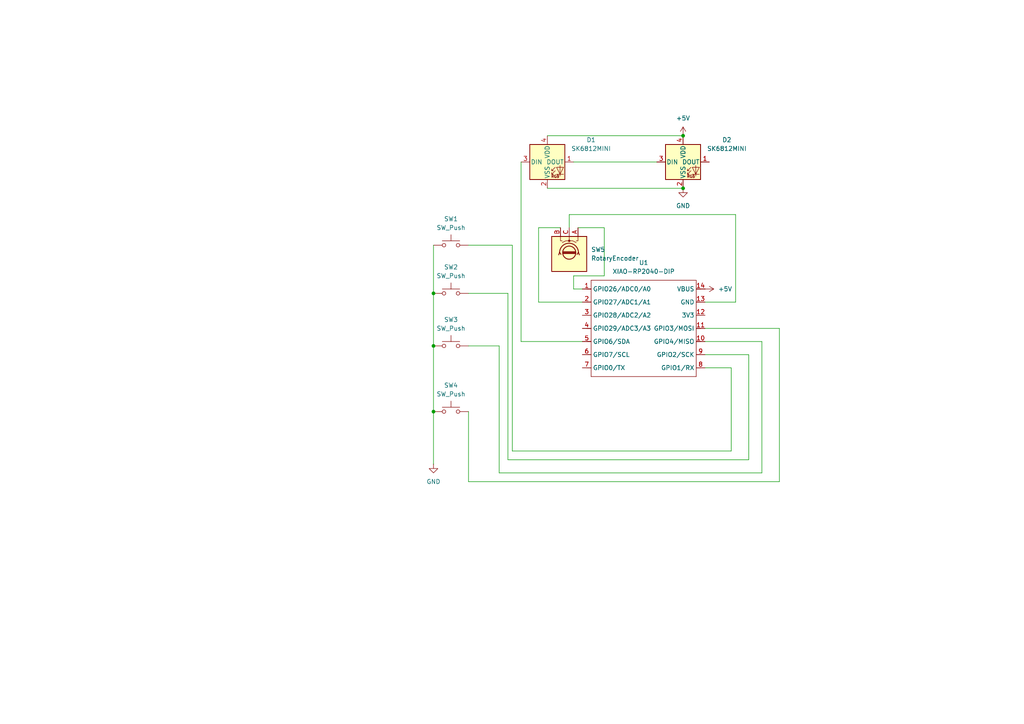
<source format=kicad_sch>
(kicad_sch
	(version 20250114)
	(generator "eeschema")
	(generator_version "9.0")
	(uuid "1c378b14-8946-49e1-be79-082db251ad9d")
	(paper "A4")
	(lib_symbols
		(symbol "Device:RotaryEncoder"
			(pin_names
				(offset 0.254)
				(hide yes)
			)
			(exclude_from_sim no)
			(in_bom yes)
			(on_board yes)
			(property "Reference" "SW"
				(at 0 6.604 0)
				(effects
					(font
						(size 1.27 1.27)
					)
				)
			)
			(property "Value" "RotaryEncoder"
				(at 0 -6.604 0)
				(effects
					(font
						(size 1.27 1.27)
					)
				)
			)
			(property "Footprint" ""
				(at -3.81 4.064 0)
				(effects
					(font
						(size 1.27 1.27)
					)
					(hide yes)
				)
			)
			(property "Datasheet" "~"
				(at 0 6.604 0)
				(effects
					(font
						(size 1.27 1.27)
					)
					(hide yes)
				)
			)
			(property "Description" "Rotary encoder, dual channel, incremental quadrate outputs"
				(at 0 0 0)
				(effects
					(font
						(size 1.27 1.27)
					)
					(hide yes)
				)
			)
			(property "ki_keywords" "rotary switch encoder"
				(at 0 0 0)
				(effects
					(font
						(size 1.27 1.27)
					)
					(hide yes)
				)
			)
			(property "ki_fp_filters" "RotaryEncoder*"
				(at 0 0 0)
				(effects
					(font
						(size 1.27 1.27)
					)
					(hide yes)
				)
			)
			(symbol "RotaryEncoder_0_1"
				(rectangle
					(start -5.08 5.08)
					(end 5.08 -5.08)
					(stroke
						(width 0.254)
						(type default)
					)
					(fill
						(type background)
					)
				)
				(polyline
					(pts
						(xy -5.08 2.54) (xy -3.81 2.54) (xy -3.81 2.032)
					)
					(stroke
						(width 0)
						(type default)
					)
					(fill
						(type none)
					)
				)
				(polyline
					(pts
						(xy -5.08 0) (xy -3.81 0) (xy -3.81 -1.016) (xy -3.302 -2.032)
					)
					(stroke
						(width 0)
						(type default)
					)
					(fill
						(type none)
					)
				)
				(polyline
					(pts
						(xy -5.08 -2.54) (xy -3.81 -2.54) (xy -3.81 -2.032)
					)
					(stroke
						(width 0)
						(type default)
					)
					(fill
						(type none)
					)
				)
				(polyline
					(pts
						(xy -4.318 0) (xy -3.81 0) (xy -3.81 1.016) (xy -3.302 2.032)
					)
					(stroke
						(width 0)
						(type default)
					)
					(fill
						(type none)
					)
				)
				(circle
					(center -3.81 0)
					(radius 0.254)
					(stroke
						(width 0)
						(type default)
					)
					(fill
						(type outline)
					)
				)
				(polyline
					(pts
						(xy -0.635 -1.778) (xy -0.635 1.778)
					)
					(stroke
						(width 0.254)
						(type default)
					)
					(fill
						(type none)
					)
				)
				(circle
					(center -0.381 0)
					(radius 1.905)
					(stroke
						(width 0.254)
						(type default)
					)
					(fill
						(type none)
					)
				)
				(polyline
					(pts
						(xy -0.381 -1.778) (xy -0.381 1.778)
					)
					(stroke
						(width 0.254)
						(type default)
					)
					(fill
						(type none)
					)
				)
				(arc
					(start -0.381 -2.794)
					(mid -3.0988 -0.0635)
					(end -0.381 2.667)
					(stroke
						(width 0.254)
						(type default)
					)
					(fill
						(type none)
					)
				)
				(polyline
					(pts
						(xy -0.127 1.778) (xy -0.127 -1.778)
					)
					(stroke
						(width 0.254)
						(type default)
					)
					(fill
						(type none)
					)
				)
				(polyline
					(pts
						(xy 0.254 2.921) (xy -0.508 2.667) (xy 0.127 2.286)
					)
					(stroke
						(width 0.254)
						(type default)
					)
					(fill
						(type none)
					)
				)
				(polyline
					(pts
						(xy 0.254 -3.048) (xy -0.508 -2.794) (xy 0.127 -2.413)
					)
					(stroke
						(width 0.254)
						(type default)
					)
					(fill
						(type none)
					)
				)
			)
			(symbol "RotaryEncoder_1_1"
				(pin passive line
					(at -7.62 2.54 0)
					(length 2.54)
					(name "A"
						(effects
							(font
								(size 1.27 1.27)
							)
						)
					)
					(number "A"
						(effects
							(font
								(size 1.27 1.27)
							)
						)
					)
				)
				(pin passive line
					(at -7.62 0 0)
					(length 2.54)
					(name "C"
						(effects
							(font
								(size 1.27 1.27)
							)
						)
					)
					(number "C"
						(effects
							(font
								(size 1.27 1.27)
							)
						)
					)
				)
				(pin passive line
					(at -7.62 -2.54 0)
					(length 2.54)
					(name "B"
						(effects
							(font
								(size 1.27 1.27)
							)
						)
					)
					(number "B"
						(effects
							(font
								(size 1.27 1.27)
							)
						)
					)
				)
			)
			(embedded_fonts no)
		)
		(symbol "LED:SK6812MINI"
			(pin_names
				(offset 0.254)
			)
			(exclude_from_sim no)
			(in_bom yes)
			(on_board yes)
			(property "Reference" "D"
				(at 5.08 5.715 0)
				(effects
					(font
						(size 1.27 1.27)
					)
					(justify right bottom)
				)
			)
			(property "Value" "SK6812MINI"
				(at 1.27 -5.715 0)
				(effects
					(font
						(size 1.27 1.27)
					)
					(justify left top)
				)
			)
			(property "Footprint" "LED_SMD:LED_SK6812MINI_PLCC4_3.5x3.5mm_P1.75mm"
				(at 1.27 -7.62 0)
				(effects
					(font
						(size 1.27 1.27)
					)
					(justify left top)
					(hide yes)
				)
			)
			(property "Datasheet" "https://cdn-shop.adafruit.com/product-files/2686/SK6812MINI_REV.01-1-2.pdf"
				(at 2.54 -9.525 0)
				(effects
					(font
						(size 1.27 1.27)
					)
					(justify left top)
					(hide yes)
				)
			)
			(property "Description" "RGB LED with integrated controller"
				(at 0 0 0)
				(effects
					(font
						(size 1.27 1.27)
					)
					(hide yes)
				)
			)
			(property "ki_keywords" "RGB LED NeoPixel Mini addressable"
				(at 0 0 0)
				(effects
					(font
						(size 1.27 1.27)
					)
					(hide yes)
				)
			)
			(property "ki_fp_filters" "LED*SK6812MINI*PLCC*3.5x3.5mm*P1.75mm*"
				(at 0 0 0)
				(effects
					(font
						(size 1.27 1.27)
					)
					(hide yes)
				)
			)
			(symbol "SK6812MINI_0_0"
				(text "RGB"
					(at 2.286 -4.191 0)
					(effects
						(font
							(size 0.762 0.762)
						)
					)
				)
			)
			(symbol "SK6812MINI_0_1"
				(polyline
					(pts
						(xy 1.27 -2.54) (xy 1.778 -2.54)
					)
					(stroke
						(width 0)
						(type default)
					)
					(fill
						(type none)
					)
				)
				(polyline
					(pts
						(xy 1.27 -3.556) (xy 1.778 -3.556)
					)
					(stroke
						(width 0)
						(type default)
					)
					(fill
						(type none)
					)
				)
				(polyline
					(pts
						(xy 2.286 -1.524) (xy 1.27 -2.54) (xy 1.27 -2.032)
					)
					(stroke
						(width 0)
						(type default)
					)
					(fill
						(type none)
					)
				)
				(polyline
					(pts
						(xy 2.286 -2.54) (xy 1.27 -3.556) (xy 1.27 -3.048)
					)
					(stroke
						(width 0)
						(type default)
					)
					(fill
						(type none)
					)
				)
				(polyline
					(pts
						(xy 3.683 -1.016) (xy 3.683 -3.556) (xy 3.683 -4.064)
					)
					(stroke
						(width 0)
						(type default)
					)
					(fill
						(type none)
					)
				)
				(polyline
					(pts
						(xy 4.699 -1.524) (xy 2.667 -1.524) (xy 3.683 -3.556) (xy 4.699 -1.524)
					)
					(stroke
						(width 0)
						(type default)
					)
					(fill
						(type none)
					)
				)
				(polyline
					(pts
						(xy 4.699 -3.556) (xy 2.667 -3.556)
					)
					(stroke
						(width 0)
						(type default)
					)
					(fill
						(type none)
					)
				)
				(rectangle
					(start 5.08 5.08)
					(end -5.08 -5.08)
					(stroke
						(width 0.254)
						(type default)
					)
					(fill
						(type background)
					)
				)
			)
			(symbol "SK6812MINI_1_1"
				(pin input line
					(at -7.62 0 0)
					(length 2.54)
					(name "DIN"
						(effects
							(font
								(size 1.27 1.27)
							)
						)
					)
					(number "3"
						(effects
							(font
								(size 1.27 1.27)
							)
						)
					)
				)
				(pin power_in line
					(at 0 7.62 270)
					(length 2.54)
					(name "VDD"
						(effects
							(font
								(size 1.27 1.27)
							)
						)
					)
					(number "4"
						(effects
							(font
								(size 1.27 1.27)
							)
						)
					)
				)
				(pin power_in line
					(at 0 -7.62 90)
					(length 2.54)
					(name "VSS"
						(effects
							(font
								(size 1.27 1.27)
							)
						)
					)
					(number "2"
						(effects
							(font
								(size 1.27 1.27)
							)
						)
					)
				)
				(pin output line
					(at 7.62 0 180)
					(length 2.54)
					(name "DOUT"
						(effects
							(font
								(size 1.27 1.27)
							)
						)
					)
					(number "1"
						(effects
							(font
								(size 1.27 1.27)
							)
						)
					)
				)
			)
			(embedded_fonts no)
		)
		(symbol "Seeed_Studio_XIAO_Series:XIAO-RP2040-DIP"
			(exclude_from_sim no)
			(in_bom yes)
			(on_board yes)
			(property "Reference" "U"
				(at 0 0 0)
				(effects
					(font
						(size 1.27 1.27)
					)
				)
			)
			(property "Value" "XIAO-RP2040-DIP"
				(at 5.334 -1.778 0)
				(effects
					(font
						(size 1.27 1.27)
					)
				)
			)
			(property "Footprint" "Module:MOUDLE14P-XIAO-DIP-SMD"
				(at 14.478 -32.258 0)
				(effects
					(font
						(size 1.27 1.27)
					)
					(hide yes)
				)
			)
			(property "Datasheet" ""
				(at 0 0 0)
				(effects
					(font
						(size 1.27 1.27)
					)
					(hide yes)
				)
			)
			(property "Description" ""
				(at 0 0 0)
				(effects
					(font
						(size 1.27 1.27)
					)
					(hide yes)
				)
			)
			(symbol "XIAO-RP2040-DIP_1_0"
				(polyline
					(pts
						(xy -1.27 -2.54) (xy 29.21 -2.54)
					)
					(stroke
						(width 0.1524)
						(type solid)
					)
					(fill
						(type none)
					)
				)
				(polyline
					(pts
						(xy -1.27 -5.08) (xy -2.54 -5.08)
					)
					(stroke
						(width 0.1524)
						(type solid)
					)
					(fill
						(type none)
					)
				)
				(polyline
					(pts
						(xy -1.27 -5.08) (xy -1.27 -2.54)
					)
					(stroke
						(width 0.1524)
						(type solid)
					)
					(fill
						(type none)
					)
				)
				(polyline
					(pts
						(xy -1.27 -8.89) (xy -2.54 -8.89)
					)
					(stroke
						(width 0.1524)
						(type solid)
					)
					(fill
						(type none)
					)
				)
				(polyline
					(pts
						(xy -1.27 -8.89) (xy -1.27 -5.08)
					)
					(stroke
						(width 0.1524)
						(type solid)
					)
					(fill
						(type none)
					)
				)
				(polyline
					(pts
						(xy -1.27 -12.7) (xy -2.54 -12.7)
					)
					(stroke
						(width 0.1524)
						(type solid)
					)
					(fill
						(type none)
					)
				)
				(polyline
					(pts
						(xy -1.27 -12.7) (xy -1.27 -8.89)
					)
					(stroke
						(width 0.1524)
						(type solid)
					)
					(fill
						(type none)
					)
				)
				(polyline
					(pts
						(xy -1.27 -16.51) (xy -2.54 -16.51)
					)
					(stroke
						(width 0.1524)
						(type solid)
					)
					(fill
						(type none)
					)
				)
				(polyline
					(pts
						(xy -1.27 -16.51) (xy -1.27 -12.7)
					)
					(stroke
						(width 0.1524)
						(type solid)
					)
					(fill
						(type none)
					)
				)
				(polyline
					(pts
						(xy -1.27 -20.32) (xy -2.54 -20.32)
					)
					(stroke
						(width 0.1524)
						(type solid)
					)
					(fill
						(type none)
					)
				)
				(polyline
					(pts
						(xy -1.27 -24.13) (xy -2.54 -24.13)
					)
					(stroke
						(width 0.1524)
						(type solid)
					)
					(fill
						(type none)
					)
				)
				(polyline
					(pts
						(xy -1.27 -27.94) (xy -2.54 -27.94)
					)
					(stroke
						(width 0.1524)
						(type solid)
					)
					(fill
						(type none)
					)
				)
				(polyline
					(pts
						(xy -1.27 -30.48) (xy -1.27 -16.51)
					)
					(stroke
						(width 0.1524)
						(type solid)
					)
					(fill
						(type none)
					)
				)
				(polyline
					(pts
						(xy 29.21 -2.54) (xy 29.21 -5.08)
					)
					(stroke
						(width 0.1524)
						(type solid)
					)
					(fill
						(type none)
					)
				)
				(polyline
					(pts
						(xy 29.21 -5.08) (xy 29.21 -8.89)
					)
					(stroke
						(width 0.1524)
						(type solid)
					)
					(fill
						(type none)
					)
				)
				(polyline
					(pts
						(xy 29.21 -8.89) (xy 29.21 -12.7)
					)
					(stroke
						(width 0.1524)
						(type solid)
					)
					(fill
						(type none)
					)
				)
				(polyline
					(pts
						(xy 29.21 -12.7) (xy 29.21 -30.48)
					)
					(stroke
						(width 0.1524)
						(type solid)
					)
					(fill
						(type none)
					)
				)
				(polyline
					(pts
						(xy 29.21 -30.48) (xy -1.27 -30.48)
					)
					(stroke
						(width 0.1524)
						(type solid)
					)
					(fill
						(type none)
					)
				)
				(polyline
					(pts
						(xy 30.48 -5.08) (xy 29.21 -5.08)
					)
					(stroke
						(width 0.1524)
						(type solid)
					)
					(fill
						(type none)
					)
				)
				(polyline
					(pts
						(xy 30.48 -8.89) (xy 29.21 -8.89)
					)
					(stroke
						(width 0.1524)
						(type solid)
					)
					(fill
						(type none)
					)
				)
				(polyline
					(pts
						(xy 30.48 -12.7) (xy 29.21 -12.7)
					)
					(stroke
						(width 0.1524)
						(type solid)
					)
					(fill
						(type none)
					)
				)
				(polyline
					(pts
						(xy 30.48 -16.51) (xy 29.21 -16.51)
					)
					(stroke
						(width 0.1524)
						(type solid)
					)
					(fill
						(type none)
					)
				)
				(polyline
					(pts
						(xy 30.48 -20.32) (xy 29.21 -20.32)
					)
					(stroke
						(width 0.1524)
						(type solid)
					)
					(fill
						(type none)
					)
				)
				(polyline
					(pts
						(xy 30.48 -24.13) (xy 29.21 -24.13)
					)
					(stroke
						(width 0.1524)
						(type solid)
					)
					(fill
						(type none)
					)
				)
				(polyline
					(pts
						(xy 30.48 -27.94) (xy 29.21 -27.94)
					)
					(stroke
						(width 0.1524)
						(type solid)
					)
					(fill
						(type none)
					)
				)
				(pin passive line
					(at -3.81 -5.08 0)
					(length 2.54)
					(name "GPIO26/ADC0/A0"
						(effects
							(font
								(size 1.27 1.27)
							)
						)
					)
					(number "1"
						(effects
							(font
								(size 1.27 1.27)
							)
						)
					)
				)
				(pin passive line
					(at -3.81 -8.89 0)
					(length 2.54)
					(name "GPIO27/ADC1/A1"
						(effects
							(font
								(size 1.27 1.27)
							)
						)
					)
					(number "2"
						(effects
							(font
								(size 1.27 1.27)
							)
						)
					)
				)
				(pin passive line
					(at -3.81 -12.7 0)
					(length 2.54)
					(name "GPIO28/ADC2/A2"
						(effects
							(font
								(size 1.27 1.27)
							)
						)
					)
					(number "3"
						(effects
							(font
								(size 1.27 1.27)
							)
						)
					)
				)
				(pin passive line
					(at -3.81 -16.51 0)
					(length 2.54)
					(name "GPIO29/ADC3/A3"
						(effects
							(font
								(size 1.27 1.27)
							)
						)
					)
					(number "4"
						(effects
							(font
								(size 1.27 1.27)
							)
						)
					)
				)
				(pin passive line
					(at -3.81 -20.32 0)
					(length 2.54)
					(name "GPIO6/SDA"
						(effects
							(font
								(size 1.27 1.27)
							)
						)
					)
					(number "5"
						(effects
							(font
								(size 1.27 1.27)
							)
						)
					)
				)
				(pin passive line
					(at -3.81 -24.13 0)
					(length 2.54)
					(name "GPIO7/SCL"
						(effects
							(font
								(size 1.27 1.27)
							)
						)
					)
					(number "6"
						(effects
							(font
								(size 1.27 1.27)
							)
						)
					)
				)
				(pin passive line
					(at -3.81 -27.94 0)
					(length 2.54)
					(name "GPIO0/TX"
						(effects
							(font
								(size 1.27 1.27)
							)
						)
					)
					(number "7"
						(effects
							(font
								(size 1.27 1.27)
							)
						)
					)
				)
				(pin passive line
					(at 31.75 -5.08 180)
					(length 2.54)
					(name "VBUS"
						(effects
							(font
								(size 1.27 1.27)
							)
						)
					)
					(number "14"
						(effects
							(font
								(size 1.27 1.27)
							)
						)
					)
				)
				(pin passive line
					(at 31.75 -8.89 180)
					(length 2.54)
					(name "GND"
						(effects
							(font
								(size 1.27 1.27)
							)
						)
					)
					(number "13"
						(effects
							(font
								(size 1.27 1.27)
							)
						)
					)
				)
				(pin passive line
					(at 31.75 -12.7 180)
					(length 2.54)
					(name "3V3"
						(effects
							(font
								(size 1.27 1.27)
							)
						)
					)
					(number "12"
						(effects
							(font
								(size 1.27 1.27)
							)
						)
					)
				)
				(pin passive line
					(at 31.75 -16.51 180)
					(length 2.54)
					(name "GPIO3/MOSI"
						(effects
							(font
								(size 1.27 1.27)
							)
						)
					)
					(number "11"
						(effects
							(font
								(size 1.27 1.27)
							)
						)
					)
				)
				(pin passive line
					(at 31.75 -20.32 180)
					(length 2.54)
					(name "GPIO4/MISO"
						(effects
							(font
								(size 1.27 1.27)
							)
						)
					)
					(number "10"
						(effects
							(font
								(size 1.27 1.27)
							)
						)
					)
				)
				(pin passive line
					(at 31.75 -24.13 180)
					(length 2.54)
					(name "GPIO2/SCK"
						(effects
							(font
								(size 1.27 1.27)
							)
						)
					)
					(number "9"
						(effects
							(font
								(size 1.27 1.27)
							)
						)
					)
				)
				(pin passive line
					(at 31.75 -27.94 180)
					(length 2.54)
					(name "GPIO1/RX"
						(effects
							(font
								(size 1.27 1.27)
							)
						)
					)
					(number "8"
						(effects
							(font
								(size 1.27 1.27)
							)
						)
					)
				)
			)
			(embedded_fonts no)
		)
		(symbol "Switch:SW_Push"
			(pin_numbers
				(hide yes)
			)
			(pin_names
				(offset 1.016)
				(hide yes)
			)
			(exclude_from_sim no)
			(in_bom yes)
			(on_board yes)
			(property "Reference" "SW"
				(at 1.27 2.54 0)
				(effects
					(font
						(size 1.27 1.27)
					)
					(justify left)
				)
			)
			(property "Value" "SW_Push"
				(at 0 -1.524 0)
				(effects
					(font
						(size 1.27 1.27)
					)
				)
			)
			(property "Footprint" ""
				(at 0 5.08 0)
				(effects
					(font
						(size 1.27 1.27)
					)
					(hide yes)
				)
			)
			(property "Datasheet" "~"
				(at 0 5.08 0)
				(effects
					(font
						(size 1.27 1.27)
					)
					(hide yes)
				)
			)
			(property "Description" "Push button switch, generic, two pins"
				(at 0 0 0)
				(effects
					(font
						(size 1.27 1.27)
					)
					(hide yes)
				)
			)
			(property "ki_keywords" "switch normally-open pushbutton push-button"
				(at 0 0 0)
				(effects
					(font
						(size 1.27 1.27)
					)
					(hide yes)
				)
			)
			(symbol "SW_Push_0_1"
				(circle
					(center -2.032 0)
					(radius 0.508)
					(stroke
						(width 0)
						(type default)
					)
					(fill
						(type none)
					)
				)
				(polyline
					(pts
						(xy 0 1.27) (xy 0 3.048)
					)
					(stroke
						(width 0)
						(type default)
					)
					(fill
						(type none)
					)
				)
				(circle
					(center 2.032 0)
					(radius 0.508)
					(stroke
						(width 0)
						(type default)
					)
					(fill
						(type none)
					)
				)
				(polyline
					(pts
						(xy 2.54 1.27) (xy -2.54 1.27)
					)
					(stroke
						(width 0)
						(type default)
					)
					(fill
						(type none)
					)
				)
				(pin passive line
					(at -5.08 0 0)
					(length 2.54)
					(name "1"
						(effects
							(font
								(size 1.27 1.27)
							)
						)
					)
					(number "1"
						(effects
							(font
								(size 1.27 1.27)
							)
						)
					)
				)
				(pin passive line
					(at 5.08 0 180)
					(length 2.54)
					(name "2"
						(effects
							(font
								(size 1.27 1.27)
							)
						)
					)
					(number "2"
						(effects
							(font
								(size 1.27 1.27)
							)
						)
					)
				)
			)
			(embedded_fonts no)
		)
		(symbol "power:+5V"
			(power)
			(pin_numbers
				(hide yes)
			)
			(pin_names
				(offset 0)
				(hide yes)
			)
			(exclude_from_sim no)
			(in_bom yes)
			(on_board yes)
			(property "Reference" "#PWR"
				(at 0 -3.81 0)
				(effects
					(font
						(size 1.27 1.27)
					)
					(hide yes)
				)
			)
			(property "Value" "+5V"
				(at 0 3.556 0)
				(effects
					(font
						(size 1.27 1.27)
					)
				)
			)
			(property "Footprint" ""
				(at 0 0 0)
				(effects
					(font
						(size 1.27 1.27)
					)
					(hide yes)
				)
			)
			(property "Datasheet" ""
				(at 0 0 0)
				(effects
					(font
						(size 1.27 1.27)
					)
					(hide yes)
				)
			)
			(property "Description" "Power symbol creates a global label with name \"+5V\""
				(at 0 0 0)
				(effects
					(font
						(size 1.27 1.27)
					)
					(hide yes)
				)
			)
			(property "ki_keywords" "global power"
				(at 0 0 0)
				(effects
					(font
						(size 1.27 1.27)
					)
					(hide yes)
				)
			)
			(symbol "+5V_0_1"
				(polyline
					(pts
						(xy -0.762 1.27) (xy 0 2.54)
					)
					(stroke
						(width 0)
						(type default)
					)
					(fill
						(type none)
					)
				)
				(polyline
					(pts
						(xy 0 2.54) (xy 0.762 1.27)
					)
					(stroke
						(width 0)
						(type default)
					)
					(fill
						(type none)
					)
				)
				(polyline
					(pts
						(xy 0 0) (xy 0 2.54)
					)
					(stroke
						(width 0)
						(type default)
					)
					(fill
						(type none)
					)
				)
			)
			(symbol "+5V_1_1"
				(pin power_in line
					(at 0 0 90)
					(length 0)
					(name "~"
						(effects
							(font
								(size 1.27 1.27)
							)
						)
					)
					(number "1"
						(effects
							(font
								(size 1.27 1.27)
							)
						)
					)
				)
			)
			(embedded_fonts no)
		)
		(symbol "power:GND"
			(power)
			(pin_numbers
				(hide yes)
			)
			(pin_names
				(offset 0)
				(hide yes)
			)
			(exclude_from_sim no)
			(in_bom yes)
			(on_board yes)
			(property "Reference" "#PWR"
				(at 0 -6.35 0)
				(effects
					(font
						(size 1.27 1.27)
					)
					(hide yes)
				)
			)
			(property "Value" "GND"
				(at 0 -3.81 0)
				(effects
					(font
						(size 1.27 1.27)
					)
				)
			)
			(property "Footprint" ""
				(at 0 0 0)
				(effects
					(font
						(size 1.27 1.27)
					)
					(hide yes)
				)
			)
			(property "Datasheet" ""
				(at 0 0 0)
				(effects
					(font
						(size 1.27 1.27)
					)
					(hide yes)
				)
			)
			(property "Description" "Power symbol creates a global label with name \"GND\" , ground"
				(at 0 0 0)
				(effects
					(font
						(size 1.27 1.27)
					)
					(hide yes)
				)
			)
			(property "ki_keywords" "global power"
				(at 0 0 0)
				(effects
					(font
						(size 1.27 1.27)
					)
					(hide yes)
				)
			)
			(symbol "GND_0_1"
				(polyline
					(pts
						(xy 0 0) (xy 0 -1.27) (xy 1.27 -1.27) (xy 0 -2.54) (xy -1.27 -1.27) (xy 0 -1.27)
					)
					(stroke
						(width 0)
						(type default)
					)
					(fill
						(type none)
					)
				)
			)
			(symbol "GND_1_1"
				(pin power_in line
					(at 0 0 270)
					(length 0)
					(name "~"
						(effects
							(font
								(size 1.27 1.27)
							)
						)
					)
					(number "1"
						(effects
							(font
								(size 1.27 1.27)
							)
						)
					)
				)
			)
			(embedded_fonts no)
		)
	)
	(junction
		(at 198.12 54.61)
		(diameter 0)
		(color 0 0 0 0)
		(uuid "100270dd-b3e3-45ce-8c9e-b1ce9129c030")
	)
	(junction
		(at 198.12 39.37)
		(diameter 0)
		(color 0 0 0 0)
		(uuid "c7dcd568-7f2a-47ee-a5d8-6c34992b3c22")
	)
	(junction
		(at 125.73 100.33)
		(diameter 0)
		(color 0 0 0 0)
		(uuid "d52dbb1d-d9f9-46fc-9c37-8e517717ad27")
	)
	(junction
		(at 125.73 119.38)
		(diameter 0)
		(color 0 0 0 0)
		(uuid "de57594b-8dd6-43da-a842-7611307142e5")
	)
	(junction
		(at 125.73 85.09)
		(diameter 0)
		(color 0 0 0 0)
		(uuid "f67ca2e1-dff2-49d0-a556-448264503baf")
	)
	(wire
		(pts
			(xy 147.32 133.35) (xy 217.17 133.35)
		)
		(stroke
			(width 0)
			(type default)
		)
		(uuid "13c7595a-39c7-4ed8-b6e6-0f37a77fd3e4")
	)
	(wire
		(pts
			(xy 212.09 130.81) (xy 212.09 106.68)
		)
		(stroke
			(width 0)
			(type default)
		)
		(uuid "2278fe28-fd4c-4d05-8a66-fb176b7e9f04")
	)
	(wire
		(pts
			(xy 165.1 62.23) (xy 213.36 62.23)
		)
		(stroke
			(width 0)
			(type default)
		)
		(uuid "24fc8b63-92c9-4d24-b7fa-e73b9ce9dc1d")
	)
	(wire
		(pts
			(xy 166.37 83.82) (xy 168.91 83.82)
		)
		(stroke
			(width 0)
			(type default)
		)
		(uuid "29ba9472-cf49-4afb-9dee-d35957ad8f80")
	)
	(wire
		(pts
			(xy 148.59 71.12) (xy 148.59 130.81)
		)
		(stroke
			(width 0)
			(type default)
		)
		(uuid "2a59d020-ee56-4918-9214-60995a6b2247")
	)
	(wire
		(pts
			(xy 156.21 87.63) (xy 168.91 87.63)
		)
		(stroke
			(width 0)
			(type default)
		)
		(uuid "2ed30680-cb76-4d19-87c1-e777d81732ec")
	)
	(wire
		(pts
			(xy 135.89 71.12) (xy 148.59 71.12)
		)
		(stroke
			(width 0)
			(type default)
		)
		(uuid "4368af5f-f511-4fb2-9999-c5ccf0b14e84")
	)
	(wire
		(pts
			(xy 213.36 87.63) (xy 204.47 87.63)
		)
		(stroke
			(width 0)
			(type default)
		)
		(uuid "4a89032e-f786-4543-9148-354ceda01697")
	)
	(wire
		(pts
			(xy 175.26 66.04) (xy 175.26 80.01)
		)
		(stroke
			(width 0)
			(type default)
		)
		(uuid "4d2d989c-623e-46ce-834c-a499ccd1720a")
	)
	(wire
		(pts
			(xy 135.89 139.7) (xy 226.06 139.7)
		)
		(stroke
			(width 0)
			(type default)
		)
		(uuid "4f28192f-a737-4ad9-b0f6-981bbcb67215")
	)
	(wire
		(pts
			(xy 125.73 119.38) (xy 125.73 134.62)
		)
		(stroke
			(width 0)
			(type default)
		)
		(uuid "5523de50-24ed-4615-bb7b-93376204789b")
	)
	(wire
		(pts
			(xy 158.75 54.61) (xy 198.12 54.61)
		)
		(stroke
			(width 0)
			(type default)
		)
		(uuid "674e8fca-6222-4ce2-9a69-fc24c4a42dbd")
	)
	(wire
		(pts
			(xy 135.89 100.33) (xy 144.78 100.33)
		)
		(stroke
			(width 0)
			(type default)
		)
		(uuid "76030565-63a1-4925-aea8-c3c3fe2b411c")
	)
	(wire
		(pts
			(xy 151.13 99.06) (xy 168.91 99.06)
		)
		(stroke
			(width 0)
			(type default)
		)
		(uuid "763e190e-d722-44d4-b205-756371319dcd")
	)
	(wire
		(pts
			(xy 147.32 85.09) (xy 147.32 133.35)
		)
		(stroke
			(width 0)
			(type default)
		)
		(uuid "77347851-26e0-4908-895a-c8433ee8f660")
	)
	(wire
		(pts
			(xy 212.09 106.68) (xy 204.47 106.68)
		)
		(stroke
			(width 0)
			(type default)
		)
		(uuid "7a851ab0-2ed5-49db-8bb5-bbf423206244")
	)
	(wire
		(pts
			(xy 220.98 99.06) (xy 204.47 99.06)
		)
		(stroke
			(width 0)
			(type default)
		)
		(uuid "81e7ca5a-b063-463c-a7df-1a044ab0bfb9")
	)
	(wire
		(pts
			(xy 167.64 66.04) (xy 175.26 66.04)
		)
		(stroke
			(width 0)
			(type default)
		)
		(uuid "84bba090-dacb-48d6-8079-74bc26a19c3b")
	)
	(wire
		(pts
			(xy 151.13 46.99) (xy 151.13 99.06)
		)
		(stroke
			(width 0)
			(type default)
		)
		(uuid "958ea247-a8a0-479d-a4fc-01173c192d19")
	)
	(wire
		(pts
			(xy 213.36 62.23) (xy 213.36 87.63)
		)
		(stroke
			(width 0)
			(type default)
		)
		(uuid "a0cc3480-fabd-4c33-874f-c3373b69f2b9")
	)
	(wire
		(pts
			(xy 217.17 102.87) (xy 204.47 102.87)
		)
		(stroke
			(width 0)
			(type default)
		)
		(uuid "a2a51340-26a8-4db5-b99d-948ae10dd314")
	)
	(wire
		(pts
			(xy 226.06 95.25) (xy 204.47 95.25)
		)
		(stroke
			(width 0)
			(type default)
		)
		(uuid "a439ffc5-e0dd-4560-bef2-0c54cb5ad97d")
	)
	(wire
		(pts
			(xy 144.78 137.16) (xy 220.98 137.16)
		)
		(stroke
			(width 0)
			(type default)
		)
		(uuid "a98b7fb3-d878-4286-9507-8883ce096ea6")
	)
	(wire
		(pts
			(xy 135.89 85.09) (xy 147.32 85.09)
		)
		(stroke
			(width 0)
			(type default)
		)
		(uuid "ab4a97cd-0710-413f-a00e-6dad9645f664")
	)
	(wire
		(pts
			(xy 125.73 100.33) (xy 125.73 119.38)
		)
		(stroke
			(width 0)
			(type default)
		)
		(uuid "ae90fc5c-9625-4642-a89d-e91d49cf27e5")
	)
	(wire
		(pts
			(xy 162.56 66.04) (xy 156.21 66.04)
		)
		(stroke
			(width 0)
			(type default)
		)
		(uuid "afa9c390-1319-499c-9f54-879b4b483d5e")
	)
	(wire
		(pts
			(xy 144.78 100.33) (xy 144.78 137.16)
		)
		(stroke
			(width 0)
			(type default)
		)
		(uuid "b84e21fb-baf4-4118-9b05-89a6fc95fc5a")
	)
	(wire
		(pts
			(xy 165.1 66.04) (xy 165.1 62.23)
		)
		(stroke
			(width 0)
			(type default)
		)
		(uuid "b9c2af7b-555b-45b6-a3e3-d2f0bfb3d518")
	)
	(wire
		(pts
			(xy 175.26 80.01) (xy 166.37 80.01)
		)
		(stroke
			(width 0)
			(type default)
		)
		(uuid "bc3b2be9-3028-487d-8196-1752ec90870e")
	)
	(wire
		(pts
			(xy 217.17 133.35) (xy 217.17 102.87)
		)
		(stroke
			(width 0)
			(type default)
		)
		(uuid "c2b100bb-407f-4552-a575-0dfb4c855032")
	)
	(wire
		(pts
			(xy 166.37 46.99) (xy 190.5 46.99)
		)
		(stroke
			(width 0)
			(type default)
		)
		(uuid "c4fbf9ae-4b9f-4150-86c8-482d4c72223e")
	)
	(wire
		(pts
			(xy 125.73 71.12) (xy 125.73 85.09)
		)
		(stroke
			(width 0)
			(type default)
		)
		(uuid "d21f14d2-8269-429d-bb4a-b2c7d9b3fc1f")
	)
	(wire
		(pts
			(xy 156.21 66.04) (xy 156.21 87.63)
		)
		(stroke
			(width 0)
			(type default)
		)
		(uuid "daa4ffd3-ccd5-499a-8d27-bad3920a8336")
	)
	(wire
		(pts
			(xy 220.98 137.16) (xy 220.98 99.06)
		)
		(stroke
			(width 0)
			(type default)
		)
		(uuid "db577e60-ce74-4b83-9664-2ce814783f65")
	)
	(wire
		(pts
			(xy 166.37 80.01) (xy 166.37 83.82)
		)
		(stroke
			(width 0)
			(type default)
		)
		(uuid "dbf103f3-398a-4854-9a42-0a7be9de045a")
	)
	(wire
		(pts
			(xy 135.89 119.38) (xy 135.89 139.7)
		)
		(stroke
			(width 0)
			(type default)
		)
		(uuid "dc8823c1-353d-49aa-b08e-cb8d21a0a3bd")
	)
	(wire
		(pts
			(xy 158.75 39.37) (xy 198.12 39.37)
		)
		(stroke
			(width 0)
			(type default)
		)
		(uuid "e7b1323a-629d-49cb-9004-18ef2b93ca2c")
	)
	(wire
		(pts
			(xy 148.59 130.81) (xy 212.09 130.81)
		)
		(stroke
			(width 0)
			(type default)
		)
		(uuid "eb25e33a-7bdc-4561-a2f2-9b11a9be94e4")
	)
	(wire
		(pts
			(xy 226.06 139.7) (xy 226.06 95.25)
		)
		(stroke
			(width 0)
			(type default)
		)
		(uuid "f1777dec-f1e4-4402-9f03-61bc8fb2ab02")
	)
	(wire
		(pts
			(xy 125.73 85.09) (xy 125.73 100.33)
		)
		(stroke
			(width 0)
			(type default)
		)
		(uuid "f6bac9d1-f26f-4bf0-a5cf-f4264d7851a3")
	)
	(symbol
		(lib_id "LED:SK6812MINI")
		(at 158.75 46.99 0)
		(unit 1)
		(exclude_from_sim no)
		(in_bom yes)
		(on_board yes)
		(dnp no)
		(fields_autoplaced yes)
		(uuid "104119cb-2fd2-46d6-9ace-c80e9ebffcd7")
		(property "Reference" "D1"
			(at 171.45 40.5698 0)
			(effects
				(font
					(size 1.27 1.27)
				)
			)
		)
		(property "Value" "SK6812MINI"
			(at 171.45 43.1098 0)
			(effects
				(font
					(size 1.27 1.27)
				)
			)
		)
		(property "Footprint" "LED_SMD:LED_SK6812MINI_PLCC4_3.5x3.5mm_P1.75mm"
			(at 160.02 54.61 0)
			(effects
				(font
					(size 1.27 1.27)
				)
				(justify left top)
				(hide yes)
			)
		)
		(property "Datasheet" "https://cdn-shop.adafruit.com/product-files/2686/SK6812MINI_REV.01-1-2.pdf"
			(at 161.29 56.515 0)
			(effects
				(font
					(size 1.27 1.27)
				)
				(justify left top)
				(hide yes)
			)
		)
		(property "Description" "RGB LED with integrated controller"
			(at 158.75 46.99 0)
			(effects
				(font
					(size 1.27 1.27)
				)
				(hide yes)
			)
		)
		(pin "4"
			(uuid "db1997c7-4376-425b-a31f-48bf2a352666")
		)
		(pin "1"
			(uuid "d846f03b-05b0-4b8f-b103-94a07e5da2d0")
		)
		(pin "3"
			(uuid "63ff0a3a-d7ce-42ac-a15b-74819e69659a")
		)
		(pin "2"
			(uuid "a3be36d7-3576-4db2-b0da-cb1da721d558")
		)
		(instances
			(project ""
				(path "/1c378b14-8946-49e1-be79-082db251ad9d"
					(reference "D1")
					(unit 1)
				)
			)
		)
	)
	(symbol
		(lib_id "power:+5V")
		(at 198.12 39.37 0)
		(unit 1)
		(exclude_from_sim no)
		(in_bom yes)
		(on_board yes)
		(dnp no)
		(fields_autoplaced yes)
		(uuid "3bc15531-f7b2-4dfe-bbdc-6cbed4f0779d")
		(property "Reference" "#PWR05"
			(at 198.12 43.18 0)
			(effects
				(font
					(size 1.27 1.27)
				)
				(hide yes)
			)
		)
		(property "Value" "+5V"
			(at 198.12 34.29 0)
			(effects
				(font
					(size 1.27 1.27)
				)
			)
		)
		(property "Footprint" ""
			(at 198.12 39.37 0)
			(effects
				(font
					(size 1.27 1.27)
				)
				(hide yes)
			)
		)
		(property "Datasheet" ""
			(at 198.12 39.37 0)
			(effects
				(font
					(size 1.27 1.27)
				)
				(hide yes)
			)
		)
		(property "Description" "Power symbol creates a global label with name \"+5V\""
			(at 198.12 39.37 0)
			(effects
				(font
					(size 1.27 1.27)
				)
				(hide yes)
			)
		)
		(pin "1"
			(uuid "1661e1e2-22f4-44e3-b85e-cd0fe2c38bb4")
		)
		(instances
			(project ""
				(path "/1c378b14-8946-49e1-be79-082db251ad9d"
					(reference "#PWR05")
					(unit 1)
				)
			)
		)
	)
	(symbol
		(lib_id "Device:RotaryEncoder")
		(at 165.1 73.66 270)
		(unit 1)
		(exclude_from_sim no)
		(in_bom yes)
		(on_board yes)
		(dnp no)
		(fields_autoplaced yes)
		(uuid "4413523a-5fe5-4f1b-bf3b-37a17e6725a8")
		(property "Reference" "SW5"
			(at 171.45 72.3899 90)
			(effects
				(font
					(size 1.27 1.27)
				)
				(justify left)
			)
		)
		(property "Value" "RotaryEncoder"
			(at 171.45 74.9299 90)
			(effects
				(font
					(size 1.27 1.27)
				)
				(justify left)
			)
		)
		(property "Footprint" "Rotary_Encoder:RotaryEncoder_Alps_EC11E_Vertical_H20mm"
			(at 169.164 69.85 0)
			(effects
				(font
					(size 1.27 1.27)
				)
				(hide yes)
			)
		)
		(property "Datasheet" "~"
			(at 171.704 73.66 0)
			(effects
				(font
					(size 1.27 1.27)
				)
				(hide yes)
			)
		)
		(property "Description" "Rotary encoder, dual channel, incremental quadrate outputs"
			(at 165.1 73.66 0)
			(effects
				(font
					(size 1.27 1.27)
				)
				(hide yes)
			)
		)
		(pin "C"
			(uuid "3af858fa-7598-431b-a71b-4960bd6f243e")
		)
		(pin "A"
			(uuid "9b87a1f1-26c0-4ef3-b73b-92a0ce0aecdc")
		)
		(pin "B"
			(uuid "11f55831-30e0-4379-995a-98859377fc93")
		)
		(instances
			(project ""
				(path "/1c378b14-8946-49e1-be79-082db251ad9d"
					(reference "SW5")
					(unit 1)
				)
			)
		)
	)
	(symbol
		(lib_id "Switch:SW_Push")
		(at 130.81 71.12 0)
		(unit 1)
		(exclude_from_sim no)
		(in_bom yes)
		(on_board yes)
		(dnp no)
		(fields_autoplaced yes)
		(uuid "58e92704-41a1-43df-98c2-2546c957b4ab")
		(property "Reference" "SW1"
			(at 130.81 63.5 0)
			(effects
				(font
					(size 1.27 1.27)
				)
			)
		)
		(property "Value" "SW_Push"
			(at 130.81 66.04 0)
			(effects
				(font
					(size 1.27 1.27)
				)
			)
		)
		(property "Footprint" "Button_Switch_Keyboard:SW_Cherry_MX_1.00u_PCB"
			(at 130.81 66.04 0)
			(effects
				(font
					(size 1.27 1.27)
				)
				(hide yes)
			)
		)
		(property "Datasheet" "~"
			(at 130.81 66.04 0)
			(effects
				(font
					(size 1.27 1.27)
				)
				(hide yes)
			)
		)
		(property "Description" "Push button switch, generic, two pins"
			(at 130.81 71.12 0)
			(effects
				(font
					(size 1.27 1.27)
				)
				(hide yes)
			)
		)
		(pin "2"
			(uuid "4efaf2cc-3383-44b6-b237-c31d3e6daa26")
		)
		(pin "1"
			(uuid "6324bb72-18ba-4014-97bd-a357bf49153c")
		)
		(instances
			(project ""
				(path "/1c378b14-8946-49e1-be79-082db251ad9d"
					(reference "SW1")
					(unit 1)
				)
			)
		)
	)
	(symbol
		(lib_id "power:+5V")
		(at 204.47 83.82 270)
		(unit 1)
		(exclude_from_sim no)
		(in_bom yes)
		(on_board yes)
		(dnp no)
		(fields_autoplaced yes)
		(uuid "5c39fd20-715c-436c-8272-576903e959d3")
		(property "Reference" "#PWR01"
			(at 200.66 83.82 0)
			(effects
				(font
					(size 1.27 1.27)
				)
				(hide yes)
			)
		)
		(property "Value" "+5V"
			(at 208.28 83.8199 90)
			(effects
				(font
					(size 1.27 1.27)
				)
				(justify left)
			)
		)
		(property "Footprint" ""
			(at 204.47 83.82 0)
			(effects
				(font
					(size 1.27 1.27)
				)
				(hide yes)
			)
		)
		(property "Datasheet" ""
			(at 204.47 83.82 0)
			(effects
				(font
					(size 1.27 1.27)
				)
				(hide yes)
			)
		)
		(property "Description" "Power symbol creates a global label with name \"+5V\""
			(at 204.47 83.82 0)
			(effects
				(font
					(size 1.27 1.27)
				)
				(hide yes)
			)
		)
		(pin "1"
			(uuid "d40ddb99-2729-4f0c-b91e-cbeebb11c2e8")
		)
		(instances
			(project ""
				(path "/1c378b14-8946-49e1-be79-082db251ad9d"
					(reference "#PWR01")
					(unit 1)
				)
			)
		)
	)
	(symbol
		(lib_id "power:GND")
		(at 125.73 134.62 0)
		(unit 1)
		(exclude_from_sim no)
		(in_bom yes)
		(on_board yes)
		(dnp no)
		(fields_autoplaced yes)
		(uuid "7a96edd4-378d-4727-8656-cdec335008ae")
		(property "Reference" "#PWR03"
			(at 125.73 140.97 0)
			(effects
				(font
					(size 1.27 1.27)
				)
				(hide yes)
			)
		)
		(property "Value" "GND"
			(at 125.73 139.7 0)
			(effects
				(font
					(size 1.27 1.27)
				)
			)
		)
		(property "Footprint" ""
			(at 125.73 134.62 0)
			(effects
				(font
					(size 1.27 1.27)
				)
				(hide yes)
			)
		)
		(property "Datasheet" ""
			(at 125.73 134.62 0)
			(effects
				(font
					(size 1.27 1.27)
				)
				(hide yes)
			)
		)
		(property "Description" "Power symbol creates a global label with name \"GND\" , ground"
			(at 125.73 134.62 0)
			(effects
				(font
					(size 1.27 1.27)
				)
				(hide yes)
			)
		)
		(pin "1"
			(uuid "969becbc-fcba-4875-972a-c422e915d630")
		)
		(instances
			(project ""
				(path "/1c378b14-8946-49e1-be79-082db251ad9d"
					(reference "#PWR03")
					(unit 1)
				)
			)
		)
	)
	(symbol
		(lib_id "Switch:SW_Push")
		(at 130.81 100.33 0)
		(unit 1)
		(exclude_from_sim no)
		(in_bom yes)
		(on_board yes)
		(dnp no)
		(fields_autoplaced yes)
		(uuid "7ba7654e-77e5-4502-9589-1d3d7902aca2")
		(property "Reference" "SW3"
			(at 130.81 92.71 0)
			(effects
				(font
					(size 1.27 1.27)
				)
			)
		)
		(property "Value" "SW_Push"
			(at 130.81 95.25 0)
			(effects
				(font
					(size 1.27 1.27)
				)
			)
		)
		(property "Footprint" "Button_Switch_Keyboard:SW_Cherry_MX_1.00u_PCB"
			(at 130.81 95.25 0)
			(effects
				(font
					(size 1.27 1.27)
				)
				(hide yes)
			)
		)
		(property "Datasheet" "~"
			(at 130.81 95.25 0)
			(effects
				(font
					(size 1.27 1.27)
				)
				(hide yes)
			)
		)
		(property "Description" "Push button switch, generic, two pins"
			(at 130.81 100.33 0)
			(effects
				(font
					(size 1.27 1.27)
				)
				(hide yes)
			)
		)
		(pin "1"
			(uuid "e4fa5da7-d38a-43d8-83ea-cb90f699cc2d")
		)
		(pin "2"
			(uuid "b40067f6-3d64-4c03-91f0-82bbc7c137c9")
		)
		(instances
			(project ""
				(path "/1c378b14-8946-49e1-be79-082db251ad9d"
					(reference "SW3")
					(unit 1)
				)
			)
		)
	)
	(symbol
		(lib_id "LED:SK6812MINI")
		(at 198.12 46.99 0)
		(unit 1)
		(exclude_from_sim no)
		(in_bom yes)
		(on_board yes)
		(dnp no)
		(fields_autoplaced yes)
		(uuid "810810b2-64d1-4f2b-97ac-b789a85f36de")
		(property "Reference" "D2"
			(at 210.82 40.5698 0)
			(effects
				(font
					(size 1.27 1.27)
				)
			)
		)
		(property "Value" "SK6812MINI"
			(at 210.82 43.1098 0)
			(effects
				(font
					(size 1.27 1.27)
				)
			)
		)
		(property "Footprint" "LED_SMD:LED_SK6812MINI_PLCC4_3.5x3.5mm_P1.75mm"
			(at 199.39 54.61 0)
			(effects
				(font
					(size 1.27 1.27)
				)
				(justify left top)
				(hide yes)
			)
		)
		(property "Datasheet" "https://cdn-shop.adafruit.com/product-files/2686/SK6812MINI_REV.01-1-2.pdf"
			(at 200.66 56.515 0)
			(effects
				(font
					(size 1.27 1.27)
				)
				(justify left top)
				(hide yes)
			)
		)
		(property "Description" "RGB LED with integrated controller"
			(at 198.12 46.99 0)
			(effects
				(font
					(size 1.27 1.27)
				)
				(hide yes)
			)
		)
		(pin "4"
			(uuid "33c934fd-b49d-4a46-a884-2a478af839fc")
		)
		(pin "2"
			(uuid "cf489658-7bc2-4740-85e2-b93d5bf85ef4")
		)
		(pin "3"
			(uuid "9a3a26d6-9f75-4a2f-8e7f-16cc50ffd8e6")
		)
		(pin "1"
			(uuid "3300a3a0-c8cd-45fc-9a51-8607adff51ac")
		)
		(instances
			(project ""
				(path "/1c378b14-8946-49e1-be79-082db251ad9d"
					(reference "D2")
					(unit 1)
				)
			)
		)
	)
	(symbol
		(lib_id "Switch:SW_Push")
		(at 130.81 85.09 0)
		(unit 1)
		(exclude_from_sim no)
		(in_bom yes)
		(on_board yes)
		(dnp no)
		(fields_autoplaced yes)
		(uuid "9b26e695-d315-4b55-b956-9dda9c553148")
		(property "Reference" "SW2"
			(at 130.81 77.47 0)
			(effects
				(font
					(size 1.27 1.27)
				)
			)
		)
		(property "Value" "SW_Push"
			(at 130.81 80.01 0)
			(effects
				(font
					(size 1.27 1.27)
				)
			)
		)
		(property "Footprint" "Button_Switch_Keyboard:SW_Cherry_MX_1.00u_PCB"
			(at 130.81 80.01 0)
			(effects
				(font
					(size 1.27 1.27)
				)
				(hide yes)
			)
		)
		(property "Datasheet" "~"
			(at 130.81 80.01 0)
			(effects
				(font
					(size 1.27 1.27)
				)
				(hide yes)
			)
		)
		(property "Description" "Push button switch, generic, two pins"
			(at 130.81 85.09 0)
			(effects
				(font
					(size 1.27 1.27)
				)
				(hide yes)
			)
		)
		(pin "1"
			(uuid "9376300d-28cc-4b01-a217-eb8ed161b92e")
		)
		(pin "2"
			(uuid "cf86d60c-21ad-427e-931c-4844c9223362")
		)
		(instances
			(project ""
				(path "/1c378b14-8946-49e1-be79-082db251ad9d"
					(reference "SW2")
					(unit 1)
				)
			)
		)
	)
	(symbol
		(lib_id "Switch:SW_Push")
		(at 130.81 119.38 0)
		(unit 1)
		(exclude_from_sim no)
		(in_bom yes)
		(on_board yes)
		(dnp no)
		(fields_autoplaced yes)
		(uuid "ccb5eebb-7bbf-4c0f-95c1-cb649147cd42")
		(property "Reference" "SW4"
			(at 130.81 111.76 0)
			(effects
				(font
					(size 1.27 1.27)
				)
			)
		)
		(property "Value" "SW_Push"
			(at 130.81 114.3 0)
			(effects
				(font
					(size 1.27 1.27)
				)
			)
		)
		(property "Footprint" "Button_Switch_Keyboard:SW_Cherry_MX_1.00u_PCB"
			(at 130.81 114.3 0)
			(effects
				(font
					(size 1.27 1.27)
				)
				(hide yes)
			)
		)
		(property "Datasheet" "~"
			(at 130.81 114.3 0)
			(effects
				(font
					(size 1.27 1.27)
				)
				(hide yes)
			)
		)
		(property "Description" "Push button switch, generic, two pins"
			(at 130.81 119.38 0)
			(effects
				(font
					(size 1.27 1.27)
				)
				(hide yes)
			)
		)
		(pin "2"
			(uuid "0085f1c0-d59a-4a0c-aadb-1102899c04e9")
		)
		(pin "1"
			(uuid "3902fb72-863f-4713-97dc-8aa3d82ab42c")
		)
		(instances
			(project ""
				(path "/1c378b14-8946-49e1-be79-082db251ad9d"
					(reference "SW4")
					(unit 1)
				)
			)
		)
	)
	(symbol
		(lib_id "Seeed_Studio_XIAO_Series:XIAO-RP2040-DIP")
		(at 172.72 78.74 0)
		(unit 1)
		(exclude_from_sim no)
		(in_bom yes)
		(on_board yes)
		(dnp no)
		(fields_autoplaced yes)
		(uuid "ce89a74d-8337-487e-8e67-6ae10289b4af")
		(property "Reference" "U1"
			(at 186.69 76.2 0)
			(effects
				(font
					(size 1.27 1.27)
				)
			)
		)
		(property "Value" "XIAO-RP2040-DIP"
			(at 186.69 78.74 0)
			(effects
				(font
					(size 1.27 1.27)
				)
			)
		)
		(property "Footprint" "XIAO-RP2040-DIP:XIAO-RP2040-DIP"
			(at 187.198 110.998 0)
			(effects
				(font
					(size 1.27 1.27)
				)
				(hide yes)
			)
		)
		(property "Datasheet" ""
			(at 172.72 78.74 0)
			(effects
				(font
					(size 1.27 1.27)
				)
				(hide yes)
			)
		)
		(property "Description" ""
			(at 172.72 78.74 0)
			(effects
				(font
					(size 1.27 1.27)
				)
				(hide yes)
			)
		)
		(pin "7"
			(uuid "e25aba8e-120b-499d-a2cc-c612d838c6ed")
		)
		(pin "5"
			(uuid "fe6d7287-87a2-4f28-98a6-da467679d324")
		)
		(pin "3"
			(uuid "c4ae67ef-9672-4c21-ada7-1cae544679d6")
		)
		(pin "4"
			(uuid "57c02d31-df54-472e-b05f-25fbae51ab2c")
		)
		(pin "14"
			(uuid "5284c58d-3a6f-4de8-9768-71ad89c65c02")
		)
		(pin "6"
			(uuid "6c3f51fe-b756-4259-bb54-22decb53aaa9")
		)
		(pin "13"
			(uuid "361f37d1-fe90-4149-9748-2eb3e36aa1c3")
		)
		(pin "1"
			(uuid "9b4a1ea6-8388-4db1-8045-37ebe073743a")
		)
		(pin "9"
			(uuid "26d11f92-66ee-411e-8b92-938fc2e75fad")
		)
		(pin "8"
			(uuid "a006ffbf-9747-4fc4-805d-fce7a62d8034")
		)
		(pin "2"
			(uuid "d2c2a0bc-6919-4a24-bdc3-8c506db20de5")
		)
		(pin "11"
			(uuid "fd0cee29-e977-4d7d-9f25-ac332b9a0f25")
		)
		(pin "10"
			(uuid "dc8f0a1f-7b43-44ae-b576-4d1f1ecc5afe")
		)
		(pin "12"
			(uuid "ff87d6c8-5c0d-496f-bf56-f73cef633e5f")
		)
		(instances
			(project ""
				(path "/1c378b14-8946-49e1-be79-082db251ad9d"
					(reference "U1")
					(unit 1)
				)
			)
		)
	)
	(symbol
		(lib_id "power:GND")
		(at 198.12 54.61 0)
		(unit 1)
		(exclude_from_sim no)
		(in_bom yes)
		(on_board yes)
		(dnp no)
		(fields_autoplaced yes)
		(uuid "d0e6123c-7b96-436b-aff0-0db0340d183b")
		(property "Reference" "#PWR04"
			(at 198.12 60.96 0)
			(effects
				(font
					(size 1.27 1.27)
				)
				(hide yes)
			)
		)
		(property "Value" "GND"
			(at 198.12 59.69 0)
			(effects
				(font
					(size 1.27 1.27)
				)
			)
		)
		(property "Footprint" ""
			(at 198.12 54.61 0)
			(effects
				(font
					(size 1.27 1.27)
				)
				(hide yes)
			)
		)
		(property "Datasheet" ""
			(at 198.12 54.61 0)
			(effects
				(font
					(size 1.27 1.27)
				)
				(hide yes)
			)
		)
		(property "Description" "Power symbol creates a global label with name \"GND\" , ground"
			(at 198.12 54.61 0)
			(effects
				(font
					(size 1.27 1.27)
				)
				(hide yes)
			)
		)
		(pin "1"
			(uuid "1f0e5d8c-e872-40c9-9fbb-eee83f343689")
		)
		(instances
			(project ""
				(path "/1c378b14-8946-49e1-be79-082db251ad9d"
					(reference "#PWR04")
					(unit 1)
				)
			)
		)
	)
	(sheet_instances
		(path "/"
			(page "1")
		)
	)
	(embedded_fonts no)
)

</source>
